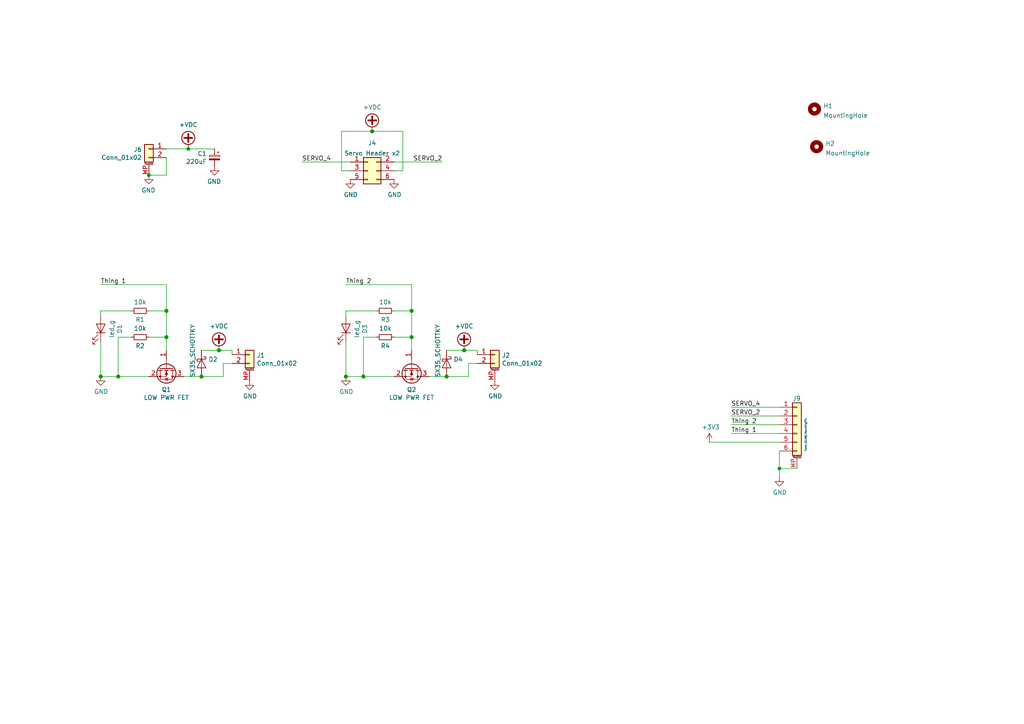
<source format=kicad_sch>
(kicad_sch (version 20211123) (generator eeschema)
  (paper "A4")
  (lib_symbols
    (symbol "Connector_Generic:Conn_02x03_Odd_Even" (pin_names (offset 1.016) hide)
      (property "Reference" "J" (at 1.27 5.08 0))
      (property "Value" "Conn_02x03_Odd_Even" (at 1.27 -5.08 0))
      (symbol "Conn_02x03_Odd_Even_1_1"
        (rectangle (start -1.27 -2.413) (end 0 -2.667) (stroke (width 0.1524)))
        (rectangle (start -1.27 0.127) (end 0 -0.127) (stroke (width 0.1524)))
        (rectangle (start -1.27 2.667) (end 0 2.413) (stroke (width 0.1524)))
        (rectangle (start -1.27 3.81) (end 3.81 -3.81) (stroke (width 0.254)) (fill (type background)))
        (rectangle (start 3.81 -2.413) (end 2.54 -2.667) (stroke (width 0.1524)))
        (rectangle (start 3.81 0.127) (end 2.54 -0.127) (stroke (width 0.1524)))
        (rectangle (start 3.81 2.667) (end 2.54 2.413) (stroke (width 0.1524)))
        (pin passive line (at -5.08 2.54 0) (length 3.81) (name "Pin_1") (number "1"))
        (pin passive line (at 7.62 2.54 180) (length 3.81) (name "Pin_2") (number "2"))
        (pin passive line (at -5.08 0 0) (length 3.81) (name "Pin_3") (number "3"))
        (pin passive line (at 7.62 0 180) (length 3.81) (name "Pin_4") (number "4"))
        (pin passive line (at -5.08 -2.54 0) (length 3.81) (name "Pin_5") (number "5"))
        (pin passive line (at 7.62 -2.54 180) (length 3.81) (name "Pin_6") (number "6"))
      )
    )
    (symbol "Connector_Generic_MountingPin:Conn_01x02_MountingPin" (pin_names (offset 1.016) hide)
      (property "Reference" "J" (at 0 2.54 0))
      (property "Value" "Conn_01x02_MountingPin" (at 1.27 -5.08 0))
      (symbol "Conn_01x02_MountingPin_1_1"
        (rectangle (start -1.27 -2.413) (end 0 -2.667) (stroke (width 0.1524)))
        (rectangle (start -1.27 0.127) (end 0 -0.127) (stroke (width 0.1524)))
        (rectangle (start -1.27 1.27) (end 1.27 -3.81) (stroke (width 0.254)) (fill (type background)))
        (polyline (pts (xy -1.016 -4.572) (xy 1.016 -4.572)) (stroke (width 0.1524)))
        (text "Mounting" (at 0 -4.191 0) (effects (font (size 0.381 0.381))))
        (pin passive line (at -5.08 0 0) (length 3.81) (name "Pin_1") (number "1"))
        (pin passive line (at -5.08 -2.54 0) (length 3.81) (name "Pin_2") (number "2"))
        (pin passive line (at 0 -7.62 90) (length 3.048) (name "MountPin") (number "MP"))
      )
    )
    (symbol "Connector_Generic_MountingPin:Conn_01x06_MountingPin" (pin_names (offset 1.016) hide)
      (property "Reference" "J" (at 0 7.62 0))
      (property "Value" "Conn_01x06_MountingPin" (at 1.27 -10.16 0))
      (symbol "Conn_01x06_MountingPin_1_1"
        (rectangle (start -1.27 -7.493) (end 0 -7.747) (stroke (width 0.1524)))
        (rectangle (start -1.27 -4.953) (end 0 -5.207) (stroke (width 0.1524)))
        (rectangle (start -1.27 -2.413) (end 0 -2.667) (stroke (width 0.1524)))
        (rectangle (start -1.27 0.127) (end 0 -0.127) (stroke (width 0.1524)))
        (rectangle (start -1.27 2.667) (end 0 2.413) (stroke (width 0.1524)))
        (rectangle (start -1.27 5.207) (end 0 4.953) (stroke (width 0.1524)))
        (rectangle (start -1.27 6.35) (end 1.27 -8.89) (stroke (width 0.254)) (fill (type background)))
        (polyline (pts (xy -1.016 -9.652) (xy 1.016 -9.652)) (stroke (width 0.1524)))
        (text "Mounting" (at 0 -9.271 0) (effects (font (size 0.381 0.381))))
        (pin passive line (at -5.08 5.08 0) (length 3.81) (name "Pin_1") (number "1"))
        (pin passive line (at -5.08 2.54 0) (length 3.81) (name "Pin_2") (number "2"))
        (pin passive line (at -5.08 0 0) (length 3.81) (name "Pin_3") (number "3"))
        (pin passive line (at -5.08 -2.54 0) (length 3.81) (name "Pin_4") (number "4"))
        (pin passive line (at -5.08 -5.08 0) (length 3.81) (name "Pin_5") (number "5"))
        (pin passive line (at -5.08 -7.62 0) (length 3.81) (name "Pin_6") (number "6"))
        (pin passive line (at 0 -12.7 90) (length 3.048) (name "MountPin") (number "MP"))
      )
    )
    (symbol "Device:CP_Small" (pin_numbers hide) (pin_names (offset 0.254) hide)
      (property "Reference" "C" (at 0.254 1.778 0))
      (property "Value" "CP_Small" (at 0.254 -2.032 0))
      (symbol "CP_Small_0_1"
        (rectangle (start -1.524 -0.3048) (end 1.524 -0.6858) (fill (type outline)))
        (rectangle (start -1.524 0.6858) (end 1.524 0.3048))
        (polyline (pts (xy -1.27 1.524) (xy -0.762 1.524)))
        (polyline (pts (xy -1.016 1.27) (xy -1.016 1.778)))
      )
      (symbol "CP_Small_1_1"
        (pin passive line (at 0 2.54 270) (length 1.8542) (name "~") (number "1"))
        (pin passive line (at 0 -2.54 90) (length 1.8542) (name "~") (number "2"))
      )
    )
    (symbol "Device:D_Schottky" (pin_numbers hide) (pin_names (offset 1.016) hide)
      (property "Reference" "D" (at 0 2.54 0))
      (property "Value" "D_Schottky" (at 0 -2.54 0))
      (symbol "D_Schottky_0_1"
        (polyline (pts (xy 1.27 0) (xy -1.27 0)))
        (polyline (pts (xy 1.27 1.27) (xy 1.27 -1.27) (xy -1.27 0) (xy 1.27 1.27)) (stroke (width 0.2032)))
        (polyline (pts (xy -1.905 0.635) (xy -1.905 1.27) (xy -1.27 1.27) (xy -1.27 -1.27) (xy -0.635 -1.27) (xy -0.635 -0.635)) (stroke (width 0.2032)))
      )
      (symbol "D_Schottky_1_1"
        (pin passive line (at -3.81 0 0) (length 2.54) (name "K") (number "1"))
        (pin passive line (at 3.81 0 180) (length 2.54) (name "A") (number "2"))
      )
    )
    (symbol "Device:LED" (pin_numbers hide) (pin_names (offset 1.016) hide)
      (property "Reference" "D" (at 0 2.54 0))
      (property "Value" "LED" (at 0 -2.54 0))
      (symbol "LED_0_1"
        (polyline (pts (xy -1.27 -1.27) (xy -1.27 1.27)) (stroke (width 0.2032)))
        (polyline (pts (xy -1.27 0) (xy 1.27 0)))
        (polyline (pts (xy 1.27 -1.27) (xy 1.27 1.27) (xy -1.27 0) (xy 1.27 -1.27)) (stroke (width 0.2032)))
        (polyline (pts (xy -3.048 -0.762) (xy -4.572 -2.286) (xy -3.81 -2.286) (xy -4.572 -2.286) (xy -4.572 -1.524)))
        (polyline (pts (xy -1.778 -0.762) (xy -3.302 -2.286) (xy -2.54 -2.286) (xy -3.302 -2.286) (xy -3.302 -1.524)))
      )
      (symbol "LED_1_1"
        (pin passive line (at -3.81 0 0) (length 2.54) (name "K") (number "1"))
        (pin passive line (at 3.81 0 180) (length 2.54) (name "A") (number "2"))
      )
    )
    (symbol "Device:Q_NMOS_GSD" (pin_names (offset 0) hide)
      (property "Reference" "Q" (at 5.08 1.27 0))
      (property "Value" "Q_NMOS_GSD" (at 5.08 -1.27 0))
      (symbol "Q_NMOS_GSD_0_1"
        (polyline (pts (xy 0.254 0) (xy -2.54 0)))
        (polyline (pts (xy 0.254 1.905) (xy 0.254 -1.905)) (stroke (width 0.254)))
        (polyline (pts (xy 0.762 -1.27) (xy 0.762 -2.286)) (stroke (width 0.254)))
        (polyline (pts (xy 0.762 0.508) (xy 0.762 -0.508)) (stroke (width 0.254)))
        (polyline (pts (xy 0.762 2.286) (xy 0.762 1.27)) (stroke (width 0.254)))
        (polyline (pts (xy 2.54 2.54) (xy 2.54 1.778)))
        (polyline (pts (xy 2.54 -2.54) (xy 2.54 0) (xy 0.762 0)))
        (polyline (pts (xy 0.762 -1.778) (xy 3.302 -1.778) (xy 3.302 1.778) (xy 0.762 1.778)))
        (polyline (pts (xy 1.016 0) (xy 2.032 0.381) (xy 2.032 -0.381) (xy 1.016 0)) (fill (type outline)))
        (polyline (pts (xy 2.794 0.508) (xy 2.921 0.381) (xy 3.683 0.381) (xy 3.81 0.254)))
        (polyline (pts (xy 3.302 0.381) (xy 2.921 -0.254) (xy 3.683 -0.254) (xy 3.302 0.381)))
        (circle (center 1.651 0) (radius 2.794) (stroke (width 0.254)))
        (circle (center 2.54 -1.778) (radius 0.254) (fill (type outline)))
        (circle (center 2.54 1.778) (radius 0.254) (fill (type outline)))
      )
      (symbol "Q_NMOS_GSD_1_1"
        (pin input line (at -5.08 0 0) (length 2.54) (name "G") (number "1"))
        (pin passive line (at 2.54 -5.08 90) (length 2.54) (name "S") (number "2"))
        (pin passive line (at 2.54 5.08 270) (length 2.54) (name "D") (number "3"))
      )
    )
    (symbol "Device:R_Small" (pin_numbers hide) (pin_names (offset 0.254) hide)
      (property "Reference" "R" (at 0.762 0.508 0))
      (property "Value" "R_Small" (at 0.762 -1.016 0))
      (symbol "R_Small_0_1"
        (rectangle (start -0.762 1.778) (end 0.762 -1.778) (stroke (width 0.2032)))
      )
      (symbol "R_Small_1_1"
        (pin passive line (at 0 2.54 270) (length 0.762) (name "~") (number "1"))
        (pin passive line (at 0 -2.54 90) (length 0.762) (name "~") (number "2"))
      )
    )
    (symbol "Mechanical:MountingHole" (pin_names (offset 1.016))
      (property "Reference" "H" (at 0 5.08 0))
      (property "Value" "MountingHole" (at 0 3.175 0))
      (symbol "MountingHole_0_1"
        (circle (center 0 0) (radius 1.27) (stroke (width 1.27)))
      )
    )
    (symbol "power:+3.3V" (power) (pin_names (offset 0))
      (property "Value" "+3.3V" (at 0 3.556 0))
      (symbol "+3.3V_0_1"
        (polyline (pts (xy -0.762 1.27) (xy 0 2.54)))
        (polyline (pts (xy 0 0) (xy 0 2.54)))
        (polyline (pts (xy 0 2.54) (xy 0.762 1.27)))
      )
      (symbol "+3.3V_1_1"
        (pin power_in line (at 0 0 90) (length 0) hide (name "+3V3") (number "1"))
      )
    )
    (symbol "power:+VDC" (power) (pin_names (offset 0))
      (property "Value" "+VDC" (at 0 6.35 0))
      (symbol "+VDC_0_1"
        (polyline (pts (xy -1.143 3.175) (xy 1.143 3.175)) (stroke (width 0.508)))
        (polyline (pts (xy 0 0) (xy 0 1.27)))
        (polyline (pts (xy 0 2.032) (xy 0 4.318)) (stroke (width 0.508)))
        (circle (center 0 3.175) (radius 1.905) (stroke (width 0.254)))
      )
      (symbol "+VDC_1_1"
        (pin power_in line (at 0 0 90) (length 0) hide (name "+VDC") (number "1"))
      )
    )
    (symbol "power:GND" (power) (pin_names (offset 0))
      (property "Value" "GND" (at 0 -3.81 0))
      (symbol "GND_0_1"
        (polyline (pts (xy 0 0) (xy 0 -1.27) (xy 1.27 -1.27) (xy 0 -2.54) (xy -1.27 -1.27) (xy 0 -1.27)))
      )
      (symbol "GND_1_1"
        (pin power_in line (at 0 0 270) (length 0) hide (name "GND") (number "1"))
      )
    )
  )
  (junction (at 54.61 43.18))
  (junction (at 43.18 50.8))
  (junction (at 48.26 97.79) (diameter 1.016))
  (junction (at 29.21 109.22) (diameter 1.016))
  (junction (at 34.29 109.22) (diameter 1.016))
  (junction (at 119.38 90.17) (diameter 1.016))
  (junction (at 63.5 101.6) (diameter 1.016))
  (junction (at 48.26 90.17) (diameter 1.016))
  (junction (at 129.54 109.22) (diameter 1.016))
  (junction (at 134.62 101.6) (diameter 1.016))
  (junction (at 105.41 109.22) (diameter 1.016))
  (junction (at 100.33 109.22) (diameter 1.016))
  (junction (at 107.95 38.1) (diameter 1.016))
  (junction (at 226.06 135.89))
  (junction (at 58.42 109.22) (diameter 1.016))
  (junction (at 119.38 97.79) (diameter 1.016))
  (wire (pts (xy 212.09 120.65) (xy 226.06 120.65)))
  (wire (pts (xy 119.38 97.79) (xy 119.38 101.6)))
  (wire (pts (xy 212.09 125.73) (xy 226.06 125.73)))
  (wire (pts (xy 105.41 97.79) (xy 105.41 109.22)))
  (wire (pts (xy 29.21 90.17) (xy 29.21 91.44)))
  (wire (pts (xy 62.23 43.18) (xy 54.61 43.18)))
  (wire (pts (xy 99.06 38.1) (xy 107.95 38.1)))
  (wire (pts (xy 129.54 109.22) (xy 135.89 109.22)))
  (wire (pts (xy 119.38 82.55) (xy 100.33 82.55)))
  (wire (pts (xy 48.26 82.55) (xy 29.21 82.55)))
  (wire (pts (xy 53.34 109.22) (xy 58.42 109.22)))
  (wire (pts (xy 226.06 135.89) (xy 226.06 138.43)))
  (wire (pts (xy 100.33 109.22) (xy 105.41 109.22)))
  (wire (pts (xy 54.61 43.18) (xy 48.26 43.18)))
  (wire (pts (xy 205.74 128.27) (xy 226.06 128.27)))
  (wire (pts (xy 67.31 101.6) (xy 67.31 102.87)))
  (wire (pts (xy 64.77 105.41) (xy 67.31 105.41)))
  (wire (pts (xy 212.09 123.19) (xy 226.06 123.19)))
  (wire (pts (xy 48.26 97.79) (xy 48.26 101.6)))
  (wire (pts (xy 100.33 90.17) (xy 100.33 91.44)))
  (wire (pts (xy 116.84 49.53) (xy 114.3 49.53)))
  (wire (pts (xy 135.89 109.22) (xy 135.89 105.41)))
  (wire (pts (xy 64.77 109.22) (xy 64.77 105.41)))
  (wire (pts (xy 138.43 101.6) (xy 138.43 102.87)))
  (wire (pts (xy 48.26 50.8) (xy 43.18 50.8)))
  (wire (pts (xy 34.29 97.79) (xy 34.29 109.22)))
  (wire (pts (xy 114.3 46.99) (xy 128.27 46.99)))
  (wire (pts (xy 43.18 97.79) (xy 48.26 97.79)))
  (wire (pts (xy 114.3 97.79) (xy 119.38 97.79)))
  (wire (pts (xy 99.06 49.53) (xy 99.06 38.1)))
  (wire (pts (xy 100.33 99.06) (xy 100.33 109.22)))
  (wire (pts (xy 38.1 97.79) (xy 34.29 97.79)))
  (wire (pts (xy 101.6 46.99) (xy 87.63 46.99)))
  (wire (pts (xy 105.41 109.22) (xy 114.3 109.22)))
  (wire (pts (xy 29.21 109.22) (xy 34.29 109.22)))
  (wire (pts (xy 116.84 38.1) (xy 116.84 49.53)))
  (wire (pts (xy 129.54 101.6) (xy 134.62 101.6)))
  (wire (pts (xy 124.46 109.22) (xy 129.54 109.22)))
  (wire (pts (xy 109.22 90.17) (xy 100.33 90.17)))
  (wire (pts (xy 212.09 118.11) (xy 226.06 118.11)))
  (wire (pts (xy 135.89 105.41) (xy 138.43 105.41)))
  (wire (pts (xy 58.42 101.6) (xy 63.5 101.6)))
  (wire (pts (xy 114.3 90.17) (xy 119.38 90.17)))
  (wire (pts (xy 48.26 90.17) (xy 48.26 82.55)))
  (wire (pts (xy 63.5 101.6) (xy 67.31 101.6)))
  (wire (pts (xy 43.18 90.17) (xy 48.26 90.17)))
  (wire (pts (xy 109.22 97.79) (xy 105.41 97.79)))
  (wire (pts (xy 107.95 38.1) (xy 116.84 38.1)))
  (wire (pts (xy 101.6 49.53) (xy 99.06 49.53)))
  (wire (pts (xy 38.1 90.17) (xy 29.21 90.17)))
  (wire (pts (xy 34.29 109.22) (xy 43.18 109.22)))
  (wire (pts (xy 29.21 99.06) (xy 29.21 109.22)))
  (wire (pts (xy 48.26 90.17) (xy 48.26 97.79)))
  (wire (pts (xy 226.06 135.89) (xy 231.14 135.89)))
  (wire (pts (xy 119.38 90.17) (xy 119.38 82.55)))
  (wire (pts (xy 226.06 130.81) (xy 226.06 135.89)))
  (wire (pts (xy 58.42 109.22) (xy 64.77 109.22)))
  (wire (pts (xy 48.26 45.72) (xy 48.26 50.8)))
  (wire (pts (xy 119.38 90.17) (xy 119.38 97.79)))
  (wire (pts (xy 134.62 101.6) (xy 138.43 101.6)))
  (label "Thing 2" (at 212.09 123.19 0))
  (label "SERVO_4" (at 212.09 118.11 0))
  (label "Thing 1" (at 29.21 82.55 0))
  (label "Thing 1" (at 212.09 125.73 0))
  (label "SERVO_2" (at 128.27 46.99 180))
  (label "SERVO_2" (at 212.09 120.65 0))
  (label "SERVO_4" (at 87.63 46.99 0))
  (label "Thing 2" (at 100.33 82.55 0))
  (symbol (lib_id "Connector_Generic:Conn_02x03_Odd_Even") (at 106.68 49.53 0) (unit 1)
    (property "Reference" "J4" (at 107.95 41.4782 0))
    (property "Value" "Servo Header x2" (at 107.95 44.45 0))
    (property "Footprint" "Connector_PinHeader_2.54mm:PinHeader_2x03_P2.54mm_Vertical_SMD" (effects hide))
  )
  (symbol (lib_id "Device:Q_NMOS_GSD") (at 119.38 106.68 270) (unit 1)
    (property "Reference" "Q2" (at 119.38 113.0046 90))
    (property "Value" "LOW PWR FET" (at 119.38 115.316 90))
    (property "Footprint" "Package_TO_SOT_SMD:SOT-23" (effects hide))
  )
  (symbol (lib_id "Device:R_Small") (at 111.76 97.79 90) (unit 1)
    (property "Reference" "R4" (at 111.76 100.33 90))
    (property "Value" "10k" (at 111.76 95.25 90))
    (property "Footprint" "Resistor_SMD:R_0603_1608Metric" (effects hide))
  )
  (symbol (lib_id "Device:R_Small") (at 40.64 90.17 90) (unit 1)
    (property "Reference" "R1" (at 40.64 92.71 90))
    (property "Value" "10k" (at 40.64 87.63 90))
    (property "Footprint" "Resistor_SMD:R_0603_1608Metric" (effects hide))
  )
  (symbol (lib_id "Device:R_Small") (at 40.64 97.79 90) (unit 1)
    (property "Reference" "R2" (at 40.64 100.33 90))
    (property "Value" "10k" (at 40.64 95.25 90))
    (property "Footprint" "Resistor_SMD:R_0603_1608Metric" (effects hide))
  )
  (symbol (lib_id "Mechanical:MountingHole") (at 236.228 31.6294 0) (unit 1)
    (property "Reference" "H1" (at 238.768 30.7209 0) (effects (justify left)))
    (property "Value" "MountingHole" (at 238.768 33.496 0) (effects (justify left)))
    (property "Footprint" "MountingHole:MountingHole_3.2mm_M3_ISO14580" (effects hide))
  )
  (symbol (lib_id "power:GND") (at 143.51 110.49 0) (unit 1)
    (property "Reference" "#PWR06" (effects hide))
    (property "Value" "GND" (at 143.637 114.8842 0))
  )
  (symbol (lib_id "Mechanical:MountingHole") (at 236.855 42.545 0) (unit 1)
    (property "Reference" "H2" (at 239.395 41.6365 0) (effects (justify left)))
    (property "Value" "MountingHole" (at 239.395 44.4116 0) (effects (justify left)))
    (property "Footprint" "MountingHole:MountingHole_3.2mm_M3_ISO14580" (effects hide))
  )
  (symbol (lib_id "Device:LED") (at 29.21 95.25 270) (mirror x) (unit 1)
    (property "Reference" "D1" (at 34.6964 95.4278 0))
    (property "Value" "led_g" (at 32.385 95.4278 0))
    (property "Footprint" "LED_SMD:LED_0603_1608Metric" (effects hide))
  )
  (symbol (lib_id "Device:R_Small") (at 111.76 90.17 90) (unit 1)
    (property "Reference" "R3" (at 111.76 92.71 90))
    (property "Value" "10k" (at 111.76 87.63 90))
    (property "Footprint" "Resistor_SMD:R_0603_1608Metric" (effects hide))
  )
  (symbol (lib_id "Connector_Generic_MountingPin:Conn_01x06_MountingPin") (at 231.14 123.19 0) (unit 1)
    (property "Reference" "J9" (at 229.87 115.57 0) (effects (justify left)))
    (property "Value" "Conn_01x06_MountingPin" (at 233.68 130.81 90) (effects (font (size 0.5 0.5)) (justify left)))
    (property "Footprint" "Connector_FFC-FPC:TE_84952-6_1x06-1MP_P1.0mm_Horizontal" (effects hide))
  )
  (symbol (lib_id "Connector_Generic_MountingPin:Conn_01x02_MountingPin") (at 143.51 102.87 0) (unit 1)
    (property "Reference" "J2" (at 145.542 103.0732 0) (effects (justify left)))
    (property "Value" "Conn_01x02" (at 145.542 105.3846 0) (effects (justify left)))
    (property "Footprint" "Connector_JST:JST_XH_2_VERTICAL" (effects hide))
  )
  (symbol (lib_id "power:GND") (at 100.33 109.22 0) (unit 1)
    (property "Reference" "#PWR04" (effects hide))
    (property "Value" "GND" (at 100.457 113.6142 0))
  )
  (symbol (lib_id "power:+VDC") (at 63.5 101.6 0) (unit 1)
    (property "Reference" "#PWR02" (effects hide))
    (property "Value" "+VDC" (at 63.5 94.615 0))
  )
  (symbol (lib_id "power:+VDC") (at 134.62 101.6 0) (unit 1)
    (property "Reference" "#PWR05" (effects hide))
    (property "Value" "+VDC" (at 134.62 94.615 0))
  )
  (symbol (lib_id "power:GND") (at 29.21 109.22 0) (unit 1)
    (property "Reference" "#PWR01" (effects hide))
    (property "Value" "GND" (at 29.337 113.6142 0))
  )
  (symbol (lib_id "Device:D_Schottky") (at 58.42 105.41 270) (unit 1)
    (property "Reference" "D2" (at 60.4266 104.2416 90) (effects (justify left)))
    (property "Value" "SX35_SCHOTTKY" (at 55.88 93.98 0) (effects (justify left)))
    (property "Footprint" "Diode_SMD:D_SMA" (effects hide))
  )
  (symbol (lib_id "power:+3.3V") (at 205.74 128.27 0) (unit 1)
    (property "Reference" "#PWR044" (effects hide))
    (property "Value" "+3.3V" (at 206.121 123.8758 0))
  )
  (symbol (lib_id "power:+VDC") (at 54.61 43.18 0) (mirror y) (unit 1)
    (property "Reference" "#PWR08" (effects hide))
    (property "Value" "+VDC" (at 54.61 36.195 0))
  )
  (symbol (lib_id "power:+VDC") (at 107.95 38.1 0) (unit 1)
    (property "Reference" "#PWR011" (effects hide))
    (property "Value" "+VDC" (at 107.95 31.115 0))
  )
  (symbol (lib_id "power:GND") (at 72.39 110.49 0) (unit 1)
    (property "Reference" "#PWR03" (effects hide))
    (property "Value" "GND" (at 72.517 114.8842 0))
  )
  (symbol (lib_id "power:GND") (at 114.3 52.07 0) (unit 1)
    (property "Reference" "#PWR014" (effects hide))
    (property "Value" "GND" (at 114.427 56.4642 0))
  )
  (symbol (lib_id "Connector_Generic_MountingPin:Conn_01x02_MountingPin") (at 43.18 43.18 0) (mirror y) (unit 1)
    (property "Reference" "J6" (at 41.148 43.3832 0) (effects (justify left)))
    (property "Value" "Conn_01x02" (at 41.148 45.6946 0) (effects (justify left)))
    (property "Footprint" "Connector_JST:JST_PH_B2B-PH-SM4-TB_1x02-1MP_P2.00mm_Vertical" (effects hide))
  )
  (symbol (lib_id "power:GND") (at 62.23 48.26 0) (mirror y) (unit 1)
    (property "Reference" "#PWR07" (effects hide))
    (property "Value" "GND" (at 62.103 52.6542 0))
  )
  (symbol (lib_id "Device:LED") (at 100.33 95.25 270) (mirror x) (unit 1)
    (property "Reference" "D3" (at 105.8164 95.4278 0))
    (property "Value" "led_g" (at 103.505 95.4278 0))
    (property "Footprint" "LED_SMD:LED_0603_1608Metric" (effects hide))
  )
  (symbol (lib_id "power:GND") (at 43.18 50.8 0) (mirror y) (unit 1)
    (property "Reference" "#PWR010" (effects hide))
    (property "Value" "GND" (at 43.053 55.1942 0))
  )
  (symbol (lib_id "Device:CP_Small") (at 62.23 45.72 0) (mirror y) (unit 1)
    (property "Reference" "C1" (at 59.9948 44.5516 0) (effects (justify left)))
    (property "Value" "220uF" (at 59.9948 46.863 0) (effects (justify left)))
    (property "Footprint" "Capacitor_SMD:CP_Elec_8x6.5" (effects hide))
  )
  (symbol (lib_id "power:GND") (at 101.6 52.07 0) (unit 1)
    (property "Reference" "#PWR09" (effects hide))
    (property "Value" "GND" (at 101.727 56.4642 0))
  )
  (symbol (lib_id "Device:D_Schottky") (at 129.54 105.41 270) (unit 1)
    (property "Reference" "D4" (at 131.5466 104.2416 90) (effects (justify left)))
    (property "Value" "SX35_SCHOTTKY" (at 127 93.98 0) (effects (justify left)))
    (property "Footprint" "Diode_SMD:D_SMA" (effects hide))
  )
  (symbol (lib_id "Connector_Generic_MountingPin:Conn_01x02_MountingPin") (at 72.39 102.87 0) (unit 1)
    (property "Reference" "J1" (at 74.422 103.0732 0) (effects (justify left)))
    (property "Value" "Conn_01x02" (at 74.422 105.3846 0) (effects (justify left)))
    (property "Footprint" "Connector_JST:JST_XH_2_VERTICAL" (effects hide))
  )
  (symbol (lib_id "Device:Q_NMOS_GSD") (at 48.26 106.68 270) (unit 1)
    (property "Reference" "Q1" (at 48.26 113.0046 90))
    (property "Value" "LOW PWR FET" (at 48.26 115.316 90))
    (property "Footprint" "Package_TO_SOT_SMD:SOT-23" (effects hide))
  )
  (symbol (lib_id "power:GND") (at 226.06 138.43 0) (unit 1)
    (property "Reference" "#PWR045" (effects hide))
    (property "Value" "GND" (at 226.187 142.8242 0))
  )
)
</source>
